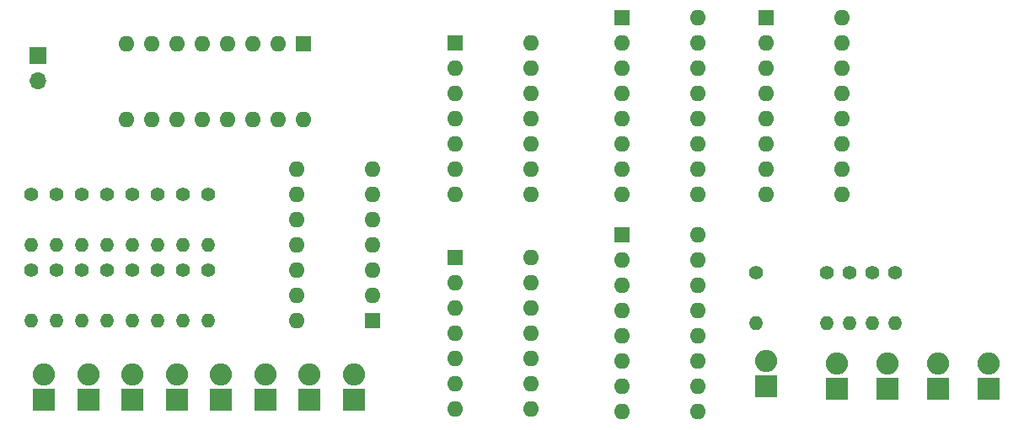
<source format=gbr>
%TF.GenerationSoftware,KiCad,Pcbnew,(6.0.4)*%
%TF.CreationDate,2022-04-08T01:44:20+01:00*%
%TF.ProjectId,test,74657374-2e6b-4696-9361-645f70636258,rev?*%
%TF.SameCoordinates,Original*%
%TF.FileFunction,Soldermask,Bot*%
%TF.FilePolarity,Negative*%
%FSLAX46Y46*%
G04 Gerber Fmt 4.6, Leading zero omitted, Abs format (unit mm)*
G04 Created by KiCad (PCBNEW (6.0.4)) date 2022-04-08 01:44:20*
%MOMM*%
%LPD*%
G01*
G04 APERTURE LIST*
%ADD10R,1.600000X1.600000*%
%ADD11O,1.600000X1.600000*%
%ADD12O,1.400000X1.400000*%
%ADD13C,1.400000*%
%ADD14R,2.240000X2.240000*%
%ADD15O,2.240000X2.240000*%
%ADD16R,1.700000X1.700000*%
%ADD17O,1.700000X1.700000*%
G04 APERTURE END LIST*
D10*
%TO.C,U6*%
X99314000Y-51054000D03*
D11*
X99314000Y-53594000D03*
X99314000Y-56134000D03*
X99314000Y-58674000D03*
X99314000Y-61214000D03*
X99314000Y-63754000D03*
X99314000Y-66294000D03*
X99314000Y-68834000D03*
X106934000Y-68834000D03*
X106934000Y-66294000D03*
X106934000Y-63754000D03*
X106934000Y-61214000D03*
X106934000Y-58674000D03*
X106934000Y-56134000D03*
X106934000Y-53594000D03*
X106934000Y-51054000D03*
%TD*%
D10*
%TO.C,SW1*%
X67320000Y-31792500D03*
D11*
X64780000Y-31792500D03*
X62240000Y-31792500D03*
X59700000Y-31792500D03*
X57160000Y-31792500D03*
X54620000Y-31792500D03*
X52080000Y-31792500D03*
X49540000Y-31792500D03*
X49540000Y-39412500D03*
X52080000Y-39412500D03*
X54620000Y-39412500D03*
X57160000Y-39412500D03*
X59700000Y-39412500D03*
X62240000Y-39412500D03*
X64780000Y-39412500D03*
X67320000Y-39412500D03*
%TD*%
D12*
%TO.C,R21*%
X57785000Y-59690000D03*
D13*
X57785000Y-54610000D03*
%TD*%
D12*
%TO.C,R20*%
X55245000Y-59690000D03*
D13*
X55245000Y-54610000D03*
%TD*%
D12*
%TO.C,R19*%
X52705000Y-59690000D03*
D13*
X52705000Y-54610000D03*
%TD*%
D12*
%TO.C,R18*%
X50165000Y-59690000D03*
D13*
X50165000Y-54610000D03*
%TD*%
%TO.C,R17*%
X47625000Y-54610000D03*
D12*
X47625000Y-59690000D03*
%TD*%
D13*
%TO.C,R16*%
X45085000Y-54610000D03*
D12*
X45085000Y-59690000D03*
%TD*%
D13*
%TO.C,R15*%
X42545000Y-54610000D03*
D12*
X42545000Y-59690000D03*
%TD*%
D13*
%TO.C,R14*%
X40005000Y-54610000D03*
D12*
X40005000Y-59690000D03*
%TD*%
D14*
%TO.C,D13*%
X72390000Y-67650000D03*
D15*
X72390000Y-65110000D03*
%TD*%
%TO.C,D12*%
X67945000Y-65110000D03*
D14*
X67945000Y-67650000D03*
%TD*%
D15*
%TO.C,D11*%
X63500000Y-65110000D03*
D14*
X63500000Y-67650000D03*
%TD*%
%TO.C,D10*%
X59055000Y-67650000D03*
D15*
X59055000Y-65110000D03*
%TD*%
D14*
%TO.C,D9*%
X54610000Y-67650000D03*
D15*
X54610000Y-65110000D03*
%TD*%
%TO.C,D8*%
X50165000Y-65110000D03*
D14*
X50165000Y-67650000D03*
%TD*%
%TO.C,D7*%
X45720000Y-67650000D03*
D15*
X45720000Y-65110000D03*
%TD*%
D14*
%TO.C,D6*%
X41275000Y-67650000D03*
D15*
X41275000Y-65110000D03*
%TD*%
D14*
%TO.C,D5*%
X113792000Y-66294000D03*
D15*
X113792000Y-63754000D03*
%TD*%
D13*
%TO.C,R8*%
X52705000Y-46990000D03*
D12*
X52705000Y-52070000D03*
%TD*%
D13*
%TO.C,R12*%
X42545000Y-46990000D03*
D12*
X42545000Y-52070000D03*
%TD*%
%TO.C,R2*%
X122174000Y-59944000D03*
D13*
X122174000Y-54864000D03*
%TD*%
%TO.C,R6*%
X57785000Y-46990000D03*
D12*
X57785000Y-52070000D03*
%TD*%
D11*
%TO.C,U2*%
X90170000Y-53340000D03*
X90170000Y-55880000D03*
X90170000Y-58420000D03*
X90170000Y-60960000D03*
X90170000Y-63500000D03*
X90170000Y-66040000D03*
X90170000Y-68580000D03*
X82550000Y-68580000D03*
X82550000Y-66040000D03*
X82550000Y-63500000D03*
X82550000Y-60960000D03*
X82550000Y-58420000D03*
X82550000Y-55880000D03*
D10*
X82550000Y-53340000D03*
%TD*%
D13*
%TO.C,R3*%
X124460000Y-54864000D03*
D12*
X124460000Y-59944000D03*
%TD*%
D11*
%TO.C,U4*%
X121412000Y-29210000D03*
X121412000Y-31750000D03*
X121412000Y-34290000D03*
X121412000Y-36830000D03*
X121412000Y-39370000D03*
X121412000Y-41910000D03*
X121412000Y-44450000D03*
X121412000Y-46990000D03*
X113792000Y-46990000D03*
X113792000Y-44450000D03*
X113792000Y-41910000D03*
X113792000Y-39370000D03*
X113792000Y-36830000D03*
X113792000Y-34290000D03*
X113792000Y-31750000D03*
D10*
X113792000Y-29210000D03*
%TD*%
D13*
%TO.C,R1*%
X119888000Y-54864000D03*
D12*
X119888000Y-59944000D03*
%TD*%
D13*
%TO.C,R4*%
X126746000Y-54864000D03*
D12*
X126746000Y-59944000D03*
%TD*%
D14*
%TO.C,D1*%
X120904000Y-66548000D03*
D15*
X120904000Y-64008000D03*
%TD*%
D16*
%TO.C,BT1*%
X40640000Y-33020000D03*
D17*
X40640000Y-35560000D03*
%TD*%
D13*
%TO.C,R11*%
X45085000Y-46990000D03*
D12*
X45085000Y-52070000D03*
%TD*%
D13*
%TO.C,R13*%
X40005000Y-46990000D03*
D12*
X40005000Y-52070000D03*
%TD*%
D10*
%TO.C,U5*%
X99324000Y-29200000D03*
D11*
X99324000Y-31740000D03*
X99324000Y-34280000D03*
X99324000Y-36820000D03*
X99324000Y-39360000D03*
X99324000Y-41900000D03*
X99324000Y-44440000D03*
X99324000Y-46980000D03*
X106944000Y-46980000D03*
X106944000Y-44440000D03*
X106944000Y-41900000D03*
X106944000Y-39360000D03*
X106944000Y-36820000D03*
X106944000Y-34280000D03*
X106944000Y-31740000D03*
X106944000Y-29200000D03*
%TD*%
D13*
%TO.C,R5*%
X112776000Y-54864000D03*
D12*
X112776000Y-59944000D03*
%TD*%
D15*
%TO.C,D3*%
X131064000Y-64008000D03*
D14*
X131064000Y-66548000D03*
%TD*%
D11*
%TO.C,U1*%
X90180000Y-31745000D03*
X90180000Y-34285000D03*
X90180000Y-36825000D03*
X90180000Y-39365000D03*
X90180000Y-41905000D03*
X90180000Y-44445000D03*
X90180000Y-46985000D03*
X82560000Y-46985000D03*
X82560000Y-44445000D03*
X82560000Y-41905000D03*
X82560000Y-39365000D03*
X82560000Y-36825000D03*
X82560000Y-34285000D03*
D10*
X82560000Y-31745000D03*
%TD*%
D13*
%TO.C,R10*%
X47625000Y-46990000D03*
D12*
X47625000Y-52070000D03*
%TD*%
D14*
%TO.C,D4*%
X136144000Y-66548000D03*
D15*
X136144000Y-64008000D03*
%TD*%
D13*
%TO.C,R9*%
X50165000Y-46990000D03*
D12*
X50165000Y-52070000D03*
%TD*%
D13*
%TO.C,R7*%
X55245000Y-46990000D03*
D12*
X55245000Y-52070000D03*
%TD*%
D11*
%TO.C,U3*%
X66665000Y-59695000D03*
X66665000Y-57155000D03*
X66665000Y-54615000D03*
X66665000Y-52075000D03*
X66665000Y-49535000D03*
X66665000Y-46995000D03*
X66665000Y-44455000D03*
X74285000Y-44455000D03*
X74285000Y-46995000D03*
X74285000Y-49535000D03*
X74285000Y-52075000D03*
X74285000Y-54615000D03*
X74285000Y-57155000D03*
D10*
X74285000Y-59695000D03*
%TD*%
D14*
%TO.C,D2*%
X125984000Y-66548000D03*
D15*
X125984000Y-64008000D03*
%TD*%
M02*

</source>
